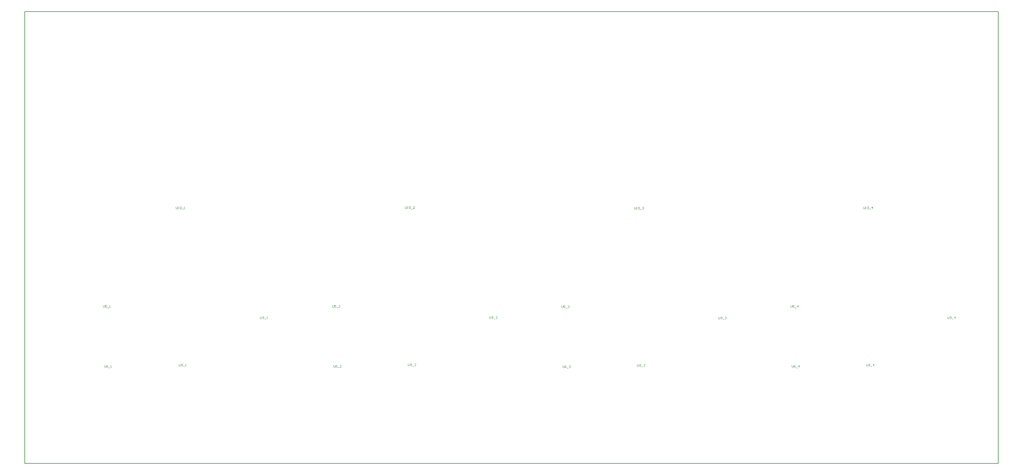
<source format=gm1>
G04*
G04 #@! TF.GenerationSoftware,Altium Limited,Altium Designer,20.1.12 (249)*
G04*
G04 Layer_Color=16711935*
%FSLAX25Y25*%
%MOIN*%
G70*
G04*
G04 #@! TF.SameCoordinates,0DC69EFF-8178-42D1-8DC1-E705200A60BA*
G04*
G04*
G04 #@! TF.FilePolarity,Positive*
G04*
G01*
G75*
%ADD12C,0.00787*%
%ADD89C,0.00394*%
D12*
X190500Y65000D02*
X1279500D01*
X1279500Y570500D02*
X1279500Y65000D01*
X190500Y570500D02*
X1279500D01*
X190500D02*
X190500Y65000D01*
D89*
X1128500Y352361D02*
Y350394D01*
X1128894Y350000D01*
X1129681D01*
X1130074Y350394D01*
Y352361D01*
X1130861Y350000D02*
X1131649D01*
X1131255D01*
Y352361D01*
X1130861Y351968D01*
X1132829D02*
X1133223Y352361D01*
X1134010D01*
X1134404Y351968D01*
Y350394D01*
X1134010Y350000D01*
X1133223D01*
X1132829Y350394D01*
Y351968D01*
X1135191Y349606D02*
X1136765D01*
X1138733Y350000D02*
Y352361D01*
X1137552Y351181D01*
X1139126D01*
X872167Y352031D02*
Y350063D01*
X872560Y349669D01*
X873347D01*
X873741Y350063D01*
Y352031D01*
X874528Y349669D02*
X875315D01*
X874922D01*
Y352031D01*
X874528Y351637D01*
X876496D02*
X876890Y352031D01*
X877677D01*
X878070Y351637D01*
Y350063D01*
X877677Y349669D01*
X876890D01*
X876496Y350063D01*
Y351637D01*
X878857Y349276D02*
X880432D01*
X881219Y351637D02*
X881612Y352031D01*
X882400D01*
X882793Y351637D01*
Y351244D01*
X882400Y350850D01*
X882006D01*
X882400D01*
X882793Y350456D01*
Y350063D01*
X882400Y349669D01*
X881612D01*
X881219Y350063D01*
X615833Y352531D02*
Y350563D01*
X616227Y350169D01*
X617014D01*
X617408Y350563D01*
Y352531D01*
X618195Y350169D02*
X618982D01*
X618588D01*
Y352531D01*
X618195Y352137D01*
X620163D02*
X620556Y352531D01*
X621343D01*
X621737Y352137D01*
Y350563D01*
X621343Y350169D01*
X620556D01*
X620163Y350563D01*
Y352137D01*
X622524Y349776D02*
X624098D01*
X626460Y350169D02*
X624886D01*
X626460Y351744D01*
Y352137D01*
X626066Y352531D01*
X625279D01*
X624886Y352137D01*
X359500Y352361D02*
Y350394D01*
X359894Y350000D01*
X360681D01*
X361074Y350394D01*
Y352361D01*
X361861Y350000D02*
X362649D01*
X362255D01*
Y352361D01*
X361861Y351968D01*
X363829D02*
X364223Y352361D01*
X365010D01*
X365404Y351968D01*
Y350394D01*
X365010Y350000D01*
X364223D01*
X363829Y350394D01*
Y351968D01*
X366191Y349606D02*
X367765D01*
X368552Y350000D02*
X369339D01*
X368946D01*
Y352361D01*
X368552Y351968D01*
X1223000Y229361D02*
Y227394D01*
X1223394Y227000D01*
X1224181D01*
X1224574Y227394D01*
Y229361D01*
X1225361Y227394D02*
X1225755Y227000D01*
X1226542D01*
X1226936Y227394D01*
Y228968D01*
X1226542Y229361D01*
X1225755D01*
X1225361Y228968D01*
Y228574D01*
X1225755Y228181D01*
X1226936D01*
X1227723Y226606D02*
X1229297D01*
X1231265Y227000D02*
Y229361D01*
X1230084Y228181D01*
X1231659D01*
X966667Y229031D02*
Y227063D01*
X967060Y226669D01*
X967847D01*
X968241Y227063D01*
Y229031D01*
X969028Y227063D02*
X969422Y226669D01*
X970209D01*
X970602Y227063D01*
Y228637D01*
X970209Y229031D01*
X969422D01*
X969028Y228637D01*
Y228244D01*
X969422Y227850D01*
X970602D01*
X971389Y226276D02*
X972964D01*
X973751Y228637D02*
X974144Y229031D01*
X974932D01*
X975325Y228637D01*
Y228244D01*
X974932Y227850D01*
X974538D01*
X974932D01*
X975325Y227456D01*
Y227063D01*
X974932Y226669D01*
X974144D01*
X973751Y227063D01*
X710333Y229531D02*
Y227563D01*
X710727Y227169D01*
X711514D01*
X711908Y227563D01*
Y229531D01*
X712695Y227563D02*
X713088Y227169D01*
X713875D01*
X714269Y227563D01*
Y229137D01*
X713875Y229531D01*
X713088D01*
X712695Y229137D01*
Y228744D01*
X713088Y228350D01*
X714269D01*
X715056Y226776D02*
X716631D01*
X718992Y227169D02*
X717418D01*
X718992Y228744D01*
Y229137D01*
X718598Y229531D01*
X717811D01*
X717418Y229137D01*
X454000Y229361D02*
Y227394D01*
X454394Y227000D01*
X455181D01*
X455574Y227394D01*
Y229361D01*
X456361Y227394D02*
X456755Y227000D01*
X457542D01*
X457936Y227394D01*
Y228968D01*
X457542Y229361D01*
X456755D01*
X456361Y228968D01*
Y228574D01*
X456755Y228181D01*
X457936D01*
X458723Y226606D02*
X460297D01*
X461084Y227000D02*
X461871D01*
X461478D01*
Y229361D01*
X461084Y228968D01*
X1132000Y176361D02*
Y174394D01*
X1132394Y174000D01*
X1133181D01*
X1133574Y174394D01*
Y176361D01*
X1134361Y175968D02*
X1134755Y176361D01*
X1135542D01*
X1135936Y175968D01*
Y175574D01*
X1135542Y175181D01*
X1135936Y174787D01*
Y174394D01*
X1135542Y174000D01*
X1134755D01*
X1134361Y174394D01*
Y174787D01*
X1134755Y175181D01*
X1134361Y175574D01*
Y175968D01*
X1134755Y175181D02*
X1135542D01*
X1136723Y173606D02*
X1138297D01*
X1140265Y174000D02*
Y176361D01*
X1139084Y175181D01*
X1140659D01*
X875667Y176031D02*
Y174063D01*
X876060Y173669D01*
X876847D01*
X877241Y174063D01*
Y176031D01*
X878028Y175637D02*
X878422Y176031D01*
X879209D01*
X879602Y175637D01*
Y175244D01*
X879209Y174850D01*
X879602Y174456D01*
Y174063D01*
X879209Y173669D01*
X878422D01*
X878028Y174063D01*
Y174456D01*
X878422Y174850D01*
X878028Y175244D01*
Y175637D01*
X878422Y174850D02*
X879209D01*
X880389Y173276D02*
X881964D01*
X882751Y175637D02*
X883144Y176031D01*
X883932D01*
X884325Y175637D01*
Y175244D01*
X883932Y174850D01*
X883538D01*
X883932D01*
X884325Y174456D01*
Y174063D01*
X883932Y173669D01*
X883144D01*
X882751Y174063D01*
X619333Y176531D02*
Y174563D01*
X619727Y174169D01*
X620514D01*
X620908Y174563D01*
Y176531D01*
X621695Y176137D02*
X622088Y176531D01*
X622875D01*
X623269Y176137D01*
Y175744D01*
X622875Y175350D01*
X623269Y174956D01*
Y174563D01*
X622875Y174169D01*
X622088D01*
X621695Y174563D01*
Y174956D01*
X622088Y175350D01*
X621695Y175744D01*
Y176137D01*
X622088Y175350D02*
X622875D01*
X624056Y173776D02*
X625631D01*
X627992Y174169D02*
X626418D01*
X627992Y175744D01*
Y176137D01*
X627598Y176531D01*
X626811D01*
X626418Y176137D01*
X363000Y176361D02*
Y174394D01*
X363394Y174000D01*
X364181D01*
X364574Y174394D01*
Y176361D01*
X365361Y175968D02*
X365755Y176361D01*
X366542D01*
X366936Y175968D01*
Y175574D01*
X366542Y175181D01*
X366936Y174787D01*
Y174394D01*
X366542Y174000D01*
X365755D01*
X365361Y174394D01*
Y174787D01*
X365755Y175181D01*
X365361Y175574D01*
Y175968D01*
X365755Y175181D02*
X366542D01*
X367723Y173606D02*
X369297D01*
X370084Y174000D02*
X370871D01*
X370478D01*
Y176361D01*
X370084Y175968D01*
X1048500Y174861D02*
Y172894D01*
X1048894Y172500D01*
X1049681D01*
X1050074Y172894D01*
Y174861D01*
X1052436D02*
X1051649Y174468D01*
X1050861Y173681D01*
Y172894D01*
X1051255Y172500D01*
X1052042D01*
X1052436Y172894D01*
Y173287D01*
X1052042Y173681D01*
X1050861D01*
X1053223Y172106D02*
X1054797D01*
X1056765Y172500D02*
Y174861D01*
X1055584Y173681D01*
X1057159D01*
X792167Y174531D02*
Y172563D01*
X792560Y172169D01*
X793347D01*
X793741Y172563D01*
Y174531D01*
X796102D02*
X795315Y174137D01*
X794528Y173350D01*
Y172563D01*
X794922Y172169D01*
X795709D01*
X796102Y172563D01*
Y172956D01*
X795709Y173350D01*
X794528D01*
X796889Y171776D02*
X798464D01*
X799251Y174137D02*
X799645Y174531D01*
X800432D01*
X800825Y174137D01*
Y173744D01*
X800432Y173350D01*
X800038D01*
X800432D01*
X800825Y172956D01*
Y172563D01*
X800432Y172169D01*
X799645D01*
X799251Y172563D01*
X535833Y175031D02*
Y173063D01*
X536227Y172669D01*
X537014D01*
X537408Y173063D01*
Y175031D01*
X539769D02*
X538982Y174637D01*
X538195Y173850D01*
Y173063D01*
X538588Y172669D01*
X539375D01*
X539769Y173063D01*
Y173456D01*
X539375Y173850D01*
X538195D01*
X540556Y172276D02*
X542131D01*
X544492Y172669D02*
X542918D01*
X544492Y174244D01*
Y174637D01*
X544098Y175031D01*
X543311D01*
X542918Y174637D01*
X279500Y174861D02*
Y172894D01*
X279894Y172500D01*
X280681D01*
X281074Y172894D01*
Y174861D01*
X283436D02*
X282649Y174468D01*
X281861Y173681D01*
Y172894D01*
X282255Y172500D01*
X283042D01*
X283436Y172894D01*
Y173287D01*
X283042Y173681D01*
X281861D01*
X284223Y172106D02*
X285797D01*
X286584Y172500D02*
X287371D01*
X286978D01*
Y174861D01*
X286584Y174468D01*
X1047201Y241861D02*
Y239894D01*
X1047594Y239500D01*
X1048382D01*
X1048775Y239894D01*
Y241861D01*
X1051136D02*
X1049562D01*
Y240681D01*
X1050349Y241074D01*
X1050743D01*
X1051136Y240681D01*
Y239894D01*
X1050743Y239500D01*
X1049956D01*
X1049562Y239894D01*
X1051924Y239106D02*
X1053498D01*
X1055466Y239500D02*
Y241861D01*
X1054285Y240681D01*
X1055859D01*
X790868Y241531D02*
Y239563D01*
X791261Y239169D01*
X792048D01*
X792442Y239563D01*
Y241531D01*
X794803D02*
X793229D01*
Y240350D01*
X794016Y240744D01*
X794410D01*
X794803Y240350D01*
Y239563D01*
X794410Y239169D01*
X793622D01*
X793229Y239563D01*
X795590Y238776D02*
X797165D01*
X797952Y241137D02*
X798345Y241531D01*
X799132D01*
X799526Y241137D01*
Y240744D01*
X799132Y240350D01*
X798739D01*
X799132D01*
X799526Y239956D01*
Y239563D01*
X799132Y239169D01*
X798345D01*
X797952Y239563D01*
X534534Y242031D02*
Y240063D01*
X534928Y239669D01*
X535715D01*
X536108Y240063D01*
Y242031D01*
X538470D02*
X536896D01*
Y240850D01*
X537683Y241244D01*
X538076D01*
X538470Y240850D01*
Y240063D01*
X538076Y239669D01*
X537289D01*
X536896Y240063D01*
X539257Y239276D02*
X540831D01*
X543193Y239669D02*
X541618D01*
X543193Y241244D01*
Y241637D01*
X542799Y242031D01*
X542012D01*
X541618Y241637D01*
X278201Y241861D02*
Y239894D01*
X278594Y239500D01*
X279381D01*
X279775Y239894D01*
Y241861D01*
X282137D02*
X280562D01*
Y240681D01*
X281349Y241074D01*
X281743D01*
X282137Y240681D01*
Y239894D01*
X281743Y239500D01*
X280956D01*
X280562Y239894D01*
X282924Y239106D02*
X284498D01*
X285285Y239500D02*
X286072D01*
X285679D01*
Y241861D01*
X285285Y241468D01*
M02*

</source>
